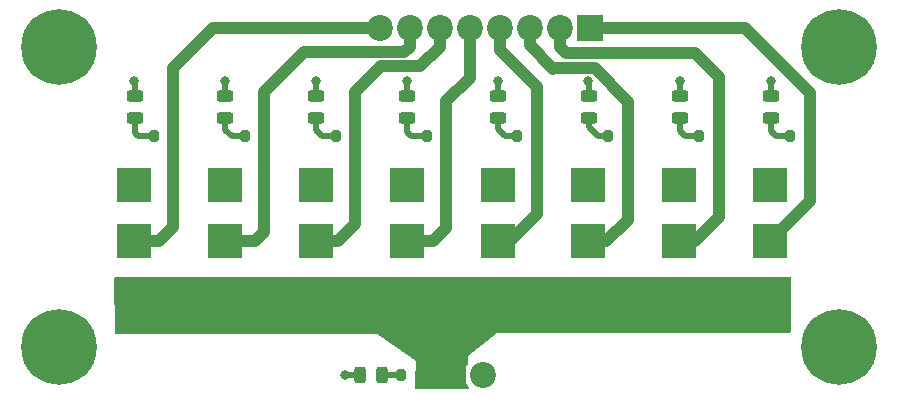
<source format=gtl>
G04 #@! TF.GenerationSoftware,KiCad,Pcbnew,(6.0.7)*
G04 #@! TF.CreationDate,2023-06-27T12:53:43-07:00*
G04 #@! TF.ProjectId,Power Supply Board Ground Systems,506f7765-7220-4537-9570-706c7920426f,rev?*
G04 #@! TF.SameCoordinates,Original*
G04 #@! TF.FileFunction,Copper,L1,Top*
G04 #@! TF.FilePolarity,Positive*
%FSLAX46Y46*%
G04 Gerber Fmt 4.6, Leading zero omitted, Abs format (unit mm)*
G04 Created by KiCad (PCBNEW (6.0.7)) date 2023-06-27 12:53:43*
%MOMM*%
%LPD*%
G01*
G04 APERTURE LIST*
G04 Aperture macros list*
%AMRoundRect*
0 Rectangle with rounded corners*
0 $1 Rounding radius*
0 $2 $3 $4 $5 $6 $7 $8 $9 X,Y pos of 4 corners*
0 Add a 4 corners polygon primitive as box body*
4,1,4,$2,$3,$4,$5,$6,$7,$8,$9,$2,$3,0*
0 Add four circle primitives for the rounded corners*
1,1,$1+$1,$2,$3*
1,1,$1+$1,$4,$5*
1,1,$1+$1,$6,$7*
1,1,$1+$1,$8,$9*
0 Add four rect primitives between the rounded corners*
20,1,$1+$1,$2,$3,$4,$5,0*
20,1,$1+$1,$4,$5,$6,$7,0*
20,1,$1+$1,$6,$7,$8,$9,0*
20,1,$1+$1,$8,$9,$2,$3,0*%
G04 Aperture macros list end*
G04 #@! TA.AperFunction,ComponentPad*
%ADD10R,3.000000X3.000000*%
G04 #@! TD*
G04 #@! TA.AperFunction,SMDPad,CuDef*
%ADD11RoundRect,0.243750X-0.456250X0.243750X-0.456250X-0.243750X0.456250X-0.243750X0.456250X0.243750X0*%
G04 #@! TD*
G04 #@! TA.AperFunction,SMDPad,CuDef*
%ADD12RoundRect,0.200000X-0.200000X-0.275000X0.200000X-0.275000X0.200000X0.275000X-0.200000X0.275000X0*%
G04 #@! TD*
G04 #@! TA.AperFunction,ComponentPad*
%ADD13C,3.600000*%
G04 #@! TD*
G04 #@! TA.AperFunction,ConnectorPad*
%ADD14C,6.400000*%
G04 #@! TD*
G04 #@! TA.AperFunction,ComponentPad*
%ADD15R,2.200000X2.200000*%
G04 #@! TD*
G04 #@! TA.AperFunction,ComponentPad*
%ADD16C,2.200000*%
G04 #@! TD*
G04 #@! TA.AperFunction,SMDPad,CuDef*
%ADD17RoundRect,0.243750X-0.243750X-0.456250X0.243750X-0.456250X0.243750X0.456250X-0.243750X0.456250X0*%
G04 #@! TD*
G04 #@! TA.AperFunction,ViaPad*
%ADD18C,0.800000*%
G04 #@! TD*
G04 #@! TA.AperFunction,Conductor*
%ADD19C,1.000000*%
G04 #@! TD*
G04 #@! TA.AperFunction,Conductor*
%ADD20C,0.500000*%
G04 #@! TD*
G04 APERTURE END LIST*
D10*
X44536342Y-43490000D03*
X44536342Y-48190000D03*
X44536342Y-52890000D03*
X75292110Y-43490000D03*
X75292110Y-48190000D03*
X75292110Y-52890000D03*
D11*
X59935997Y-35898700D03*
X59935997Y-37773700D03*
D12*
X92370484Y-39300000D03*
X94020484Y-39300000D03*
D10*
X52225284Y-43490000D03*
X52225284Y-48190000D03*
X52225284Y-52890000D03*
D11*
X83013710Y-35898700D03*
X83013710Y-37773700D03*
D10*
X36847400Y-43490000D03*
X36847400Y-48190000D03*
X36847400Y-52890000D03*
D12*
X76978084Y-39300000D03*
X78628084Y-39300000D03*
X61585684Y-39300000D03*
X63235684Y-39300000D03*
X46193284Y-39300000D03*
X47843284Y-39300000D03*
D11*
X44550855Y-35898700D03*
X44550855Y-37773700D03*
D12*
X53889484Y-39300000D03*
X55539484Y-39300000D03*
D13*
X96520000Y-57150000D03*
D14*
X96520000Y-57150000D03*
D15*
X75410000Y-30180000D03*
D16*
X72870000Y-30180000D03*
X70330000Y-30180000D03*
X67790000Y-30180000D03*
X65250000Y-30180000D03*
X62710000Y-30180000D03*
X60170000Y-30180000D03*
X57630000Y-30180000D03*
D15*
X63840000Y-59500000D03*
D16*
X66380000Y-59500000D03*
D12*
X84674284Y-39300000D03*
X86324284Y-39300000D03*
X38497084Y-39300000D03*
X40147084Y-39300000D03*
D14*
X30480000Y-57150000D03*
D13*
X30480000Y-57150000D03*
D17*
X55926250Y-59570001D03*
X57801250Y-59570001D03*
D11*
X75321139Y-35898700D03*
X75321139Y-37773700D03*
D10*
X90670000Y-43490000D03*
X90670000Y-48190000D03*
X90670000Y-52890000D03*
D12*
X69281884Y-39300000D03*
X70931884Y-39300000D03*
D11*
X36858284Y-35898700D03*
X36858284Y-37773700D03*
D12*
X59408749Y-59560000D03*
X61058749Y-59560000D03*
D11*
X90706284Y-35898700D03*
X90706284Y-37773700D03*
D14*
X96520000Y-31750000D03*
D13*
X96520000Y-31750000D03*
D10*
X82981052Y-43490000D03*
X82981052Y-48190000D03*
X82981052Y-52890000D03*
X67603168Y-43490000D03*
X67603168Y-48190000D03*
X67603168Y-52890000D03*
D11*
X52243426Y-35898700D03*
X52243426Y-37773700D03*
D10*
X59914226Y-43490000D03*
X59914226Y-48190000D03*
X59914226Y-52890000D03*
D11*
X67628568Y-35898700D03*
X67628568Y-37773700D03*
D13*
X30480000Y-31750000D03*
D14*
X30480000Y-31750000D03*
D18*
X44529084Y-34677200D03*
X54701252Y-59570000D03*
X75288484Y-34677200D03*
X52225284Y-34677200D03*
X83010084Y-34677200D03*
X59896084Y-34677200D03*
X67592284Y-34677200D03*
X36832884Y-34677200D03*
X90706284Y-34677200D03*
D19*
X40147084Y-33542916D02*
X40147084Y-39300000D01*
X57630000Y-30180000D02*
X43510000Y-30180000D01*
X38941084Y-48190000D02*
X40147084Y-46984000D01*
X43510000Y-30180000D02*
X40147084Y-33542916D01*
X36847400Y-48190000D02*
X38941084Y-48190000D01*
X40147084Y-46984000D02*
X40147084Y-39300000D01*
D20*
X57811251Y-59560000D02*
X57801250Y-59570001D01*
X59408749Y-59560000D02*
X57811251Y-59560000D01*
D19*
X59715634Y-32190000D02*
X51240000Y-32190000D01*
X47843284Y-35586716D02*
X47843284Y-39300000D01*
X51240000Y-32190000D02*
X47843284Y-35586716D01*
X60170000Y-31735634D02*
X59715634Y-32190000D01*
X47843284Y-47390400D02*
X47843284Y-39300000D01*
X60170000Y-30180000D02*
X60170000Y-31735634D01*
X44536342Y-48190000D02*
X47043684Y-48190000D01*
X47043684Y-48190000D02*
X47843284Y-47390400D01*
D20*
X44550855Y-38762971D02*
X45087884Y-39300000D01*
X44550855Y-37773700D02*
X44550855Y-38762971D01*
X45087884Y-39300000D02*
X46193284Y-39300000D01*
D19*
X62710000Y-30180000D02*
X62710000Y-31750000D01*
X57720000Y-33410000D02*
X55539484Y-35590516D01*
X55539484Y-39300000D02*
X55539484Y-46755400D01*
X62710000Y-31750000D02*
X61050000Y-33410000D01*
X54104884Y-48190000D02*
X52225284Y-48190000D01*
X61050000Y-33410000D02*
X57720000Y-33410000D01*
X55539484Y-46755400D02*
X54104884Y-48190000D01*
X55539484Y-35590516D02*
X55539484Y-39300000D01*
D20*
X59935997Y-37773700D02*
X59935997Y-38933513D01*
X60302484Y-39300000D02*
X61585684Y-39300000D01*
X59935997Y-38933513D02*
X60302484Y-39300000D01*
D19*
X65250000Y-34360000D02*
X63235684Y-36374316D01*
X63235684Y-39300000D02*
X63235684Y-47085600D01*
X62131284Y-48190000D02*
X59914226Y-48190000D01*
X63235684Y-36374316D02*
X63235684Y-39300000D01*
X63235684Y-47085600D02*
X62131284Y-48190000D01*
X65250000Y-30180000D02*
X65250000Y-34360000D01*
D20*
X36858284Y-37773700D02*
X36858284Y-39020600D01*
X37137684Y-39300000D02*
X38497084Y-39300000D01*
X36858284Y-39020600D02*
X37137684Y-39300000D01*
X75321139Y-34709855D02*
X75321139Y-35898700D01*
X59935997Y-34717113D02*
X59935997Y-35898700D01*
X67592284Y-34677200D02*
X67628568Y-34713484D01*
X52243426Y-34695342D02*
X52243426Y-35898700D01*
X36858284Y-34702600D02*
X36858284Y-35898700D01*
X90706284Y-34677200D02*
X90706284Y-35898700D01*
X36832884Y-34677200D02*
X36858284Y-34702600D01*
X83013710Y-34680826D02*
X83013710Y-35898700D01*
X83010084Y-34677200D02*
X83013710Y-34680826D01*
X44529084Y-34677200D02*
X44550855Y-34698971D01*
X55926250Y-59570001D02*
X54701252Y-59570000D01*
X44550855Y-34698971D02*
X44550855Y-35898700D01*
X52225284Y-34677200D02*
X52243426Y-34695342D01*
X75288484Y-34677200D02*
X75321139Y-34709855D01*
X67628568Y-34713484D02*
X67628568Y-35898700D01*
X59896084Y-34677200D02*
X59935997Y-34717113D01*
X52243426Y-38810142D02*
X52733284Y-39300000D01*
X52733284Y-39300000D02*
X53889484Y-39300000D01*
X52243426Y-37773700D02*
X52243426Y-38810142D01*
X67628568Y-38675884D02*
X68252684Y-39300000D01*
X68252684Y-39300000D02*
X69281884Y-39300000D01*
X67628568Y-37773700D02*
X67628568Y-38675884D01*
X75321139Y-38545255D02*
X76075884Y-39300000D01*
X75321139Y-37773700D02*
X75321139Y-38545255D01*
X76075884Y-39300000D02*
X76978084Y-39300000D01*
X83441884Y-39300000D02*
X84674284Y-39300000D01*
X83010084Y-38868200D02*
X83441884Y-39300000D01*
X83013710Y-37773700D02*
X83013710Y-38864574D01*
X83013710Y-38864574D02*
X83010084Y-38868200D01*
X91138084Y-39300000D02*
X92370484Y-39300000D01*
X90706284Y-38868200D02*
X91138084Y-39300000D01*
X90706284Y-37773700D02*
X90706284Y-38868200D01*
D19*
X94020484Y-44839516D02*
X90670000Y-48190000D01*
X75410000Y-30180000D02*
X88560000Y-30180000D01*
X94020484Y-35640484D02*
X94020484Y-39300000D01*
X88560000Y-30180000D02*
X94020484Y-35640484D01*
X94020484Y-39300000D02*
X94020484Y-44839516D01*
X84330884Y-48190000D02*
X82981052Y-48190000D01*
X72870000Y-30180000D02*
X72870000Y-31735634D01*
X84320000Y-32280000D02*
X86324284Y-34284284D01*
X86324284Y-39300000D02*
X86324284Y-46196600D01*
X73414366Y-32280000D02*
X84320000Y-32280000D01*
X72870000Y-31735634D02*
X73414366Y-32280000D01*
X86324284Y-46196600D02*
X84330884Y-48190000D01*
X86324284Y-34284284D02*
X86324284Y-39300000D01*
X75817200Y-33577200D02*
X78628084Y-36388084D01*
X78628084Y-36388084D02*
X78628084Y-39300000D01*
X78628084Y-46374400D02*
X76812484Y-48190000D01*
X70330000Y-30180000D02*
X70330000Y-31630000D01*
X72290000Y-33590000D02*
X72302800Y-33577200D01*
X72302800Y-33577200D02*
X75817200Y-33577200D01*
X76812484Y-48190000D02*
X75292110Y-48190000D01*
X70330000Y-31630000D02*
X72290000Y-33590000D01*
X78628084Y-39300000D02*
X78628084Y-46374400D01*
X68608284Y-48190000D02*
X67603168Y-48190000D01*
X67790000Y-32010000D02*
X70931884Y-35151884D01*
X67790000Y-30180000D02*
X67790000Y-32010000D01*
X70931884Y-45866400D02*
X68608284Y-48190000D01*
X70931884Y-35151884D02*
X70931884Y-39300000D01*
X70931884Y-39300000D02*
X70931884Y-45866400D01*
G04 #@! TA.AperFunction,Conductor*
G36*
X92360012Y-51219335D02*
G01*
X92406505Y-51272991D01*
X92417891Y-51325360D01*
X92417368Y-53562571D01*
X92416833Y-55851176D01*
X92396815Y-55919293D01*
X92343148Y-55965773D01*
X92290734Y-55977147D01*
X67556804Y-55957248D01*
X65070000Y-57970000D01*
X65070306Y-57980957D01*
X65070306Y-57980958D01*
X65084697Y-58496130D01*
X65066179Y-58565483D01*
X65007340Y-58661500D01*
X64942384Y-58767498D01*
X64940491Y-58772068D01*
X64940489Y-58772072D01*
X64910439Y-58844619D01*
X64845495Y-59001409D01*
X64844340Y-59006221D01*
X64791008Y-59228366D01*
X64786391Y-59247597D01*
X64766526Y-59500000D01*
X64786391Y-59752403D01*
X64787545Y-59757210D01*
X64787546Y-59757216D01*
X64819817Y-59891635D01*
X64845495Y-59998591D01*
X64942384Y-60232502D01*
X65074672Y-60448376D01*
X65106355Y-60485472D01*
X65112519Y-60492689D01*
X65141550Y-60557479D01*
X65142659Y-60571001D01*
X65144302Y-60629814D01*
X65126210Y-60698467D01*
X65073873Y-60746440D01*
X65018351Y-60759333D01*
X60736684Y-60759333D01*
X60668563Y-60739331D01*
X60622070Y-60685675D01*
X60610714Y-60630599D01*
X60619455Y-60227928D01*
X60651056Y-58772072D01*
X60659607Y-58378113D01*
X60659607Y-58378112D01*
X60660000Y-58360000D01*
X60115409Y-57970000D01*
X57416660Y-56037334D01*
X57416659Y-56037334D01*
X57400604Y-56025836D01*
X57380856Y-56025844D01*
X57380855Y-56025844D01*
X35313781Y-56035116D01*
X35245652Y-56015143D01*
X35199136Y-55961506D01*
X35187731Y-55909913D01*
X35158722Y-51326128D01*
X35178292Y-51257884D01*
X35231652Y-51211053D01*
X35284719Y-51199333D01*
X92291891Y-51199333D01*
X92360012Y-51219335D01*
G37*
G04 #@! TD.AperFunction*
M02*

</source>
